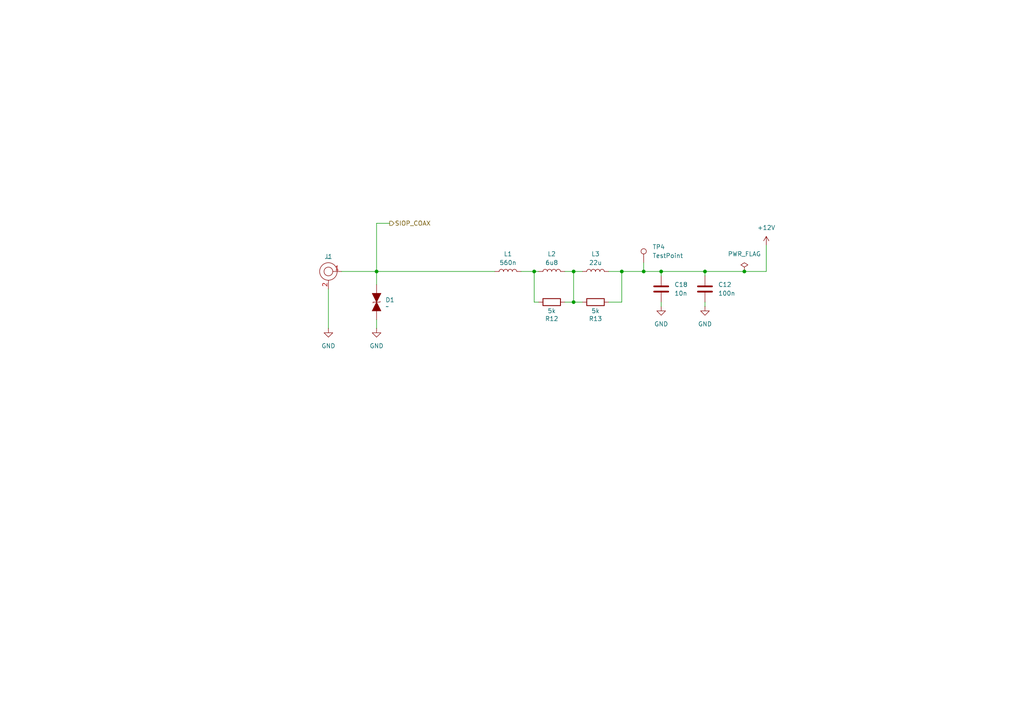
<source format=kicad_sch>
(kicad_sch (version 20231120) (generator "eeschema") (generator_version "8.0")
  (paper "A4")
  (lib_symbols
    (symbol "CameraServer_Symbols:7-2287906-0"
      (property "Reference" "J" (at 0 3.81 0))
      (symbol "7-2287906-0_0_1"
        (circle (center 0 0) (radius 1.27))
        (circle (center 0 0) (radius 2.54))
      )
      (symbol "7-2287906-0_1_1"
        (pin bidirectional line (at 3.81 0 180) (length 2.54) (name "") (number "1"))
        (pin bidirectional line (at 0 -5.08 90) (length 2.54) (name "") (number "2"))
        (pin passive line (at 0 -5.08 90) (length 2.54) hide (name "") (number "3"))
        (pin passive line (at 0 -5.08 90) (length 2.54) hide (name "") (number "4"))
        (pin passive line (at 0 -5.08 90) (length 2.54) hide (name "") (number "5"))
      )
    )
    (symbol "CameraServer_Symbols:PESD0402-240" (pin_numbers hide) (pin_names hide)
      (property "Reference" "D" (at 0 2.286 0))
      (symbol "PESD0402-240_1_1"
        (polyline (pts (xy 0 1.016) (xy -0.254 1.016)))
        (polyline (pts (xy 0 1.016) (xy 0 -1.016) (xy 0.254 -1.016)))
        (polyline (pts (xy -2.54 1.27) (xy -2.54 -1.27) (xy 0 0) (xy -2.54 1.27)) (fill (type outline)))
        (polyline (pts (xy 2.54 -1.27) (xy 2.54 1.27) (xy 0 0) (xy 2.54 -1.27)) (fill (type outline)))
        (pin passive line (at -5.08 0 0) (length 2.54) (name "") (number "1"))
        (pin passive line (at 5.08 0 180) (length 2.54) (name "") (number "2"))
      )
    )
    (symbol "Connector:TestPoint" (pin_numbers hide) (pin_names (offset 0.762) hide)
      (property "Reference" "TP" (at 0 6.858 0))
      (property "Value" "TestPoint" (at 0 5.08 0))
      (symbol "TestPoint_0_1"
        (circle (center 0 3.302) (radius 0.762))
      )
      (symbol "TestPoint_1_1"
        (pin passive line (at 0 0 90) (length 2.54) (name "1") (number "1"))
      )
    )
    (symbol "Device:C" (pin_numbers hide) (pin_names (offset 0.254))
      (property "Reference" "C" (at 0.635 2.54 0))
      (property "Value" "C" (at 0.635 -2.54 0))
      (symbol "C_0_1"
        (polyline (pts (xy -2.032 -0.762) (xy 2.032 -0.762)) (stroke (width 0.508)))
        (polyline (pts (xy -2.032 0.762) (xy 2.032 0.762)) (stroke (width 0.508)))
      )
      (symbol "C_1_1"
        (pin passive line (at 0 3.81 270) (length 2.794) (name "~") (number "1"))
        (pin passive line (at 0 -3.81 90) (length 2.794) (name "~") (number "2"))
      )
    )
    (symbol "Device:L" (pin_numbers hide) (pin_names (offset 1.016) hide)
      (property "Reference" "L" (at -1.27 0 90))
      (property "Value" "L" (at 1.905 0 90))
      (symbol "L_0_1"
        (arc (start 0 -2.54) (mid 0.6323 -1.905) (end 0 -1.27))
        (arc (start 0 -1.27) (mid 0.6323 -0.635) (end 0 0))
        (arc (start 0 0) (mid 0.6323 0.635) (end 0 1.27))
        (arc (start 0 1.27) (mid 0.6323 1.905) (end 0 2.54))
      )
      (symbol "L_1_1"
        (pin passive line (at 0 3.81 270) (length 1.27) (name "1") (number "1"))
        (pin passive line (at 0 -3.81 90) (length 1.27) (name "2") (number "2"))
      )
    )
    (symbol "Device:R" (pin_numbers hide) (pin_names (offset 0))
      (property "Reference" "R" (at 2.032 0 90))
      (property "Value" "R" (at 0 0 90))
      (symbol "R_0_1"
        (rectangle (start -1.016 -2.54) (end 1.016 2.54) (stroke (width 0.254)))
      )
      (symbol "R_1_1"
        (pin passive line (at 0 3.81 270) (length 1.27) (name "~") (number "1"))
        (pin passive line (at 0 -3.81 90) (length 1.27) (name "~") (number "2"))
      )
    )
    (symbol "power:+12V" (power) (pin_numbers hide) (pin_names (offset 0) hide)
      (property "Value" "+12V" (at 0 3.556 0))
      (symbol "+12V_0_1"
        (polyline (pts (xy -0.762 1.27) (xy 0 2.54)))
        (polyline (pts (xy 0 0) (xy 0 2.54)))
        (polyline (pts (xy 0 2.54) (xy 0.762 1.27)))
      )
      (symbol "+12V_1_1"
        (pin power_in line (at 0 0 90) (length 0) (name "~") (number "1"))
      )
    )
    (symbol "power:GND" (power) (pin_numbers hide) (pin_names (offset 0) hide)
      (property "Value" "GND" (at 0 -3.81 0))
      (symbol "GND_0_1"
        (polyline (pts (xy 0 0) (xy 0 -1.27) (xy 1.27 -1.27) (xy 0 -2.54) (xy -1.27 -1.27) (xy 0 -1.27)))
      )
      (symbol "GND_1_1"
        (pin power_in line (at 0 0 270) (length 0) (name "~") (number "1"))
      )
    )
    (symbol "power:PWR_FLAG" (power) (pin_numbers hide) (pin_names (offset 0) hide)
      (property "Value" "PWR_FLAG" (at 0 3.81 0))
      (symbol "PWR_FLAG_0_0"
        (pin power_out line (at 0 0 90) (length 0) (name "~") (number "1"))
      )
      (symbol "PWR_FLAG_0_1"
        (polyline (pts (xy 0 0) (xy 0 1.27) (xy -1.016 1.905) (xy 0 2.54) (xy 1.016 1.905) (xy 0 1.27)))
      )
    )
  )
  (junction (at 166.37 87.63))
  (junction (at 186.69 78.74))
  (junction (at 154.94 78.74))
  (junction (at 109.22 78.74))
  (junction (at 215.9 78.74))
  (junction (at 204.47 78.74))
  (junction (at 166.37 78.74))
  (junction (at 180.34 78.74))
  (junction (at 191.77 78.74))
  (wire (pts (xy 154.94 78.74) (xy 156.21 78.74)))
  (wire (pts (xy 99.06 78.74) (xy 109.22 78.74)))
  (wire (pts (xy 109.22 78.74) (xy 143.51 78.74)))
  (wire (pts (xy 166.37 78.74) (xy 168.91 78.74)))
  (wire (pts (xy 186.69 76.2) (xy 186.69 78.74)))
  (wire (pts (xy 166.37 87.63) (xy 168.91 87.63)))
  (wire (pts (xy 163.83 78.74) (xy 166.37 78.74)))
  (wire (pts (xy 154.94 78.74) (xy 154.94 87.63)))
  (wire (pts (xy 204.47 87.63) (xy 204.47 88.9)))
  (wire (pts (xy 109.22 64.77) (xy 109.22 78.74)))
  (wire (pts (xy 180.34 78.74) (xy 186.69 78.74)))
  (wire (pts (xy 109.22 78.74) (xy 109.22 82.55)))
  (wire (pts (xy 204.47 80.01) (xy 204.47 78.74)))
  (wire (pts (xy 222.25 71.12) (xy 222.25 78.74)))
  (wire (pts (xy 191.77 80.01) (xy 191.77 78.74)))
  (wire (pts (xy 180.34 78.74) (xy 176.53 78.74)))
  (wire (pts (xy 191.77 78.74) (xy 204.47 78.74)))
  (wire (pts (xy 176.53 87.63) (xy 180.34 87.63)))
  (wire (pts (xy 204.47 78.74) (xy 215.9 78.74)))
  (wire (pts (xy 180.34 87.63) (xy 180.34 78.74)))
  (wire (pts (xy 156.21 87.63) (xy 154.94 87.63)))
  (wire (pts (xy 191.77 87.63) (xy 191.77 88.9)))
  (wire (pts (xy 151.13 78.74) (xy 154.94 78.74)))
  (wire (pts (xy 163.83 87.63) (xy 166.37 87.63)))
  (wire (pts (xy 215.9 78.74) (xy 222.25 78.74)))
  (wire (pts (xy 166.37 78.74) (xy 166.37 87.63)))
  (wire (pts (xy 95.25 83.82) (xy 95.25 95.25)))
  (wire (pts (xy 113.03 64.77) (xy 109.22 64.77)))
  (wire (pts (xy 186.69 78.74) (xy 191.77 78.74)))
  (wire (pts (xy 109.22 92.71) (xy 109.22 95.25)))
  (hierarchical_label "SIOP_COAX" (shape output) (at 113.03 64.77 0))
  (symbol (lib_id "power:GND") (at 204.47 88.9 0) (unit 1)
    (property "Reference" "#PWR018" (effects (hide yes)))
    (property "Value" "GND" (at 204.47 93.98 0))
    (property "Description" "Power symbol creates a global label with name \"GND\" , ground" (effects (hide yes)))
  )
  (symbol (lib_id "Device:R") (at 160.02 87.63 270) (unit 1)
    (property "Reference" "R12" (at 160.02 92.456 90))
    (property "Value" "5k" (at 160.02 90.17 90))
    (property "Footprint" "Resistor_SMD:R_0402_1005Metric_Pad0.72x0.64mm_HandSolder" (effects (hide yes)))
    (property "Description" "Resistor" (effects (hide yes)))
  )
  (symbol (lib_id "power:PWR_FLAG") (at 215.9 78.74 0) (unit 1)
    (property "Reference" "#FLG01" (effects (hide yes)))
    (property "Value" "PWR_FLAG" (at 215.9 73.66 0))
    (property "Description" "Special symbol for telling ERC where power comes from" (effects (hide yes)))
  )
  (symbol (lib_id "power:GND") (at 95.25 95.25 0) (unit 1)
    (property "Reference" "#PWR016" (effects (hide yes)))
    (property "Value" "GND" (at 95.25 100.33 0))
    (property "Description" "Power symbol creates a global label with name \"GND\" , ground" (effects (hide yes)))
  )
  (symbol (lib_id "power:+12V") (at 222.25 71.12 0) (unit 1)
    (property "Reference" "#PWR020" (effects (hide yes)))
    (property "Value" "+12V" (at 222.25 66.04 0))
    (property "Description" "Power symbol creates a global label with name \"+12V\"" (effects (hide yes)))
  )
  (symbol (lib_id "Device:L") (at 147.32 78.74 90) (unit 1)
    (property "Reference" "L1" (at 147.32 73.66 90))
    (property "Value" "560n" (at 147.32 76.2 90))
    (property "Footprint" "CameraServer_Footprints:PFL1609-561MEW" (effects (hide yes)))
    (property "Datasheet" "https://www.coilcraft.com/getmedia/2f4cd442-d64d-4413-a518-12fcfd03318d/pfl1609.pdf" (effects (hide yes)))
    (property "Description" "Inductor" (effects (hide yes)))
  )
  (symbol (lib_id "Connector:TestPoint") (at 186.69 76.2 0) (unit 1)
    (property "Reference" "TP4" (at 189.23 71.6279 0) (effects (justify left)))
    (property "Value" "TestPoint" (at 189.23 74.1679 0) (effects (justify left)))
    (property "Footprint" "TestPoint:TestPoint_Pad_D1.0mm" (effects (hide yes)))
    (property "Description" "test point" (effects (hide yes)))
  )
  (symbol (lib_id "Device:C") (at 204.47 83.82 0) (unit 1)
    (property "Reference" "C12" (at 208.28 82.5499 0) (effects (justify left)))
    (property "Value" "100n" (at 208.28 85.0899 0) (effects (justify left)))
    (property "Footprint" "Capacitor_SMD:C_0402_1005Metric_Pad0.74x0.62mm_HandSolder" (effects (hide yes)))
    (property "Description" "Unpolarized capacitor" (effects (hide yes)))
  )
  (symbol (lib_id "Device:L") (at 160.02 78.74 90) (unit 1)
    (property "Reference" "L2" (at 160.02 73.66 90))
    (property "Value" "6u8" (at 160.02 76.2 90))
    (property "Footprint" "CameraServer_Footprints:1812PS-682JRC" (effects (hide yes)))
    (property "Datasheet" "https://www.coilcraft.com/getmedia/679e8dc0-2b0f-4b24-bc7a-b80ee286146a/1812ps.pdf" (effects (hide yes)))
    (property "Description" "Inductor" (effects (hide yes)))
  )
  (symbol (lib_id "Device:C") (at 191.77 83.82 0) (unit 1)
    (property "Reference" "C18" (at 195.58 82.5499 0) (effects (justify left)))
    (property "Value" "10n" (at 195.58 85.0899 0) (effects (justify left)))
    (property "Footprint" "Capacitor_SMD:C_0402_1005Metric_Pad0.74x0.62mm_HandSolder" (effects (hide yes)))
    (property "Description" "Unpolarized capacitor" (effects (hide yes)))
  )
  (symbol (lib_id "Device:L") (at 172.72 78.74 90) (unit 1)
    (property "Reference" "L3" (at 172.72 73.66 90))
    (property "Value" "22u" (at 172.72 76.2 90))
    (property "Footprint" "CameraServer_Footprints:SRN3015C-220M" (effects (hide yes)))
    (property "Description" "Inductor" (effects (hide yes)))
  )
  (symbol (lib_id "power:GND") (at 191.77 88.9 0) (unit 1)
    (property "Reference" "#PWR019" (effects (hide yes)))
    (property "Value" "GND" (at 191.77 93.98 0))
    (property "Description" "Power symbol creates a global label with name \"GND\" , ground" (effects (hide yes)))
  )
  (symbol (lib_id "power:GND") (at 109.22 95.25 0) (unit 1)
    (property "Reference" "#PWR021" (effects (hide yes)))
    (property "Value" "GND" (at 109.22 100.33 0))
    (property "Description" "Power symbol creates a global label with name \"GND\" , ground" (effects (hide yes)))
  )
  (symbol (lib_id "CameraServer_Symbols:7-2287906-0") (at 95.25 78.74 0) (unit 1)
    (property "Reference" "J1" (at 95.25 74.422 0))
    (property "Value" "~" (at 95.25 74.93 0))
    (property "Footprint" "CameraServer_Footprints:7-2287906-0" (effects (hide yes)))
    (property "Datasheet" "https://www.digikey.com/en/products/detail/te-connectivity-amp-connectors/7-2287906-0/10467858" (effects (hide yes)))
  )
  (symbol (lib_id "CameraServer_Symbols:PESD0402-240") (at 109.22 87.63 90) (unit 1)
    (property "Reference" "D1" (at 111.76 86.9949 90) (effects (justify right)))
    (property "Value" "~" (at 111.76 88.9 90) (effects (justify right)))
    (property "Footprint" "Diode_SMD:D_0402_1005Metric" (effects (hide yes)))
    (property "Datasheet" "https://www.littelfuse.com/assetdocs/littelfuse-polymer-esd-suppressor-pesd-catalog-datasheet?assetguid=5186ff3a-844f-4b9e-926a-f506c7d3d551" (effects (hide yes)))
  )
  (symbol (lib_id "Device:R") (at 172.72 87.63 270) (unit 1)
    (property "Reference" "R13" (at 172.72 92.456 90))
    (property "Value" "5k" (at 172.72 90.17 90))
    (property "Footprint" "Resistor_SMD:R_0402_1005Metric_Pad0.72x0.64mm_HandSolder" (effects (hide yes)))
    (property "Description" "Resistor" (effects (hide yes)))
  )
)
</source>
